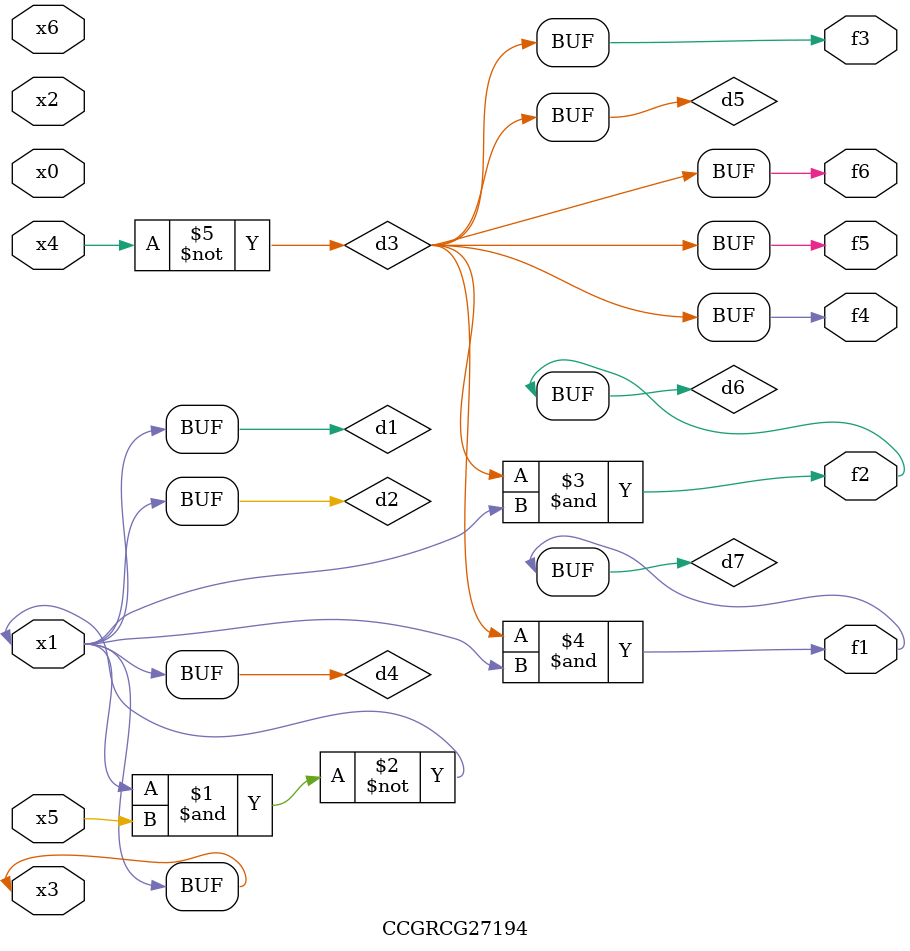
<source format=v>
module CCGRCG27194(
	input x0, x1, x2, x3, x4, x5, x6,
	output f1, f2, f3, f4, f5, f6
);

	wire d1, d2, d3, d4, d5, d6, d7;

	buf (d1, x1, x3);
	nand (d2, x1, x5);
	not (d3, x4);
	buf (d4, d1, d2);
	buf (d5, d3);
	and (d6, d3, d4);
	and (d7, d3, d4);
	assign f1 = d7;
	assign f2 = d6;
	assign f3 = d5;
	assign f4 = d5;
	assign f5 = d5;
	assign f6 = d5;
endmodule

</source>
